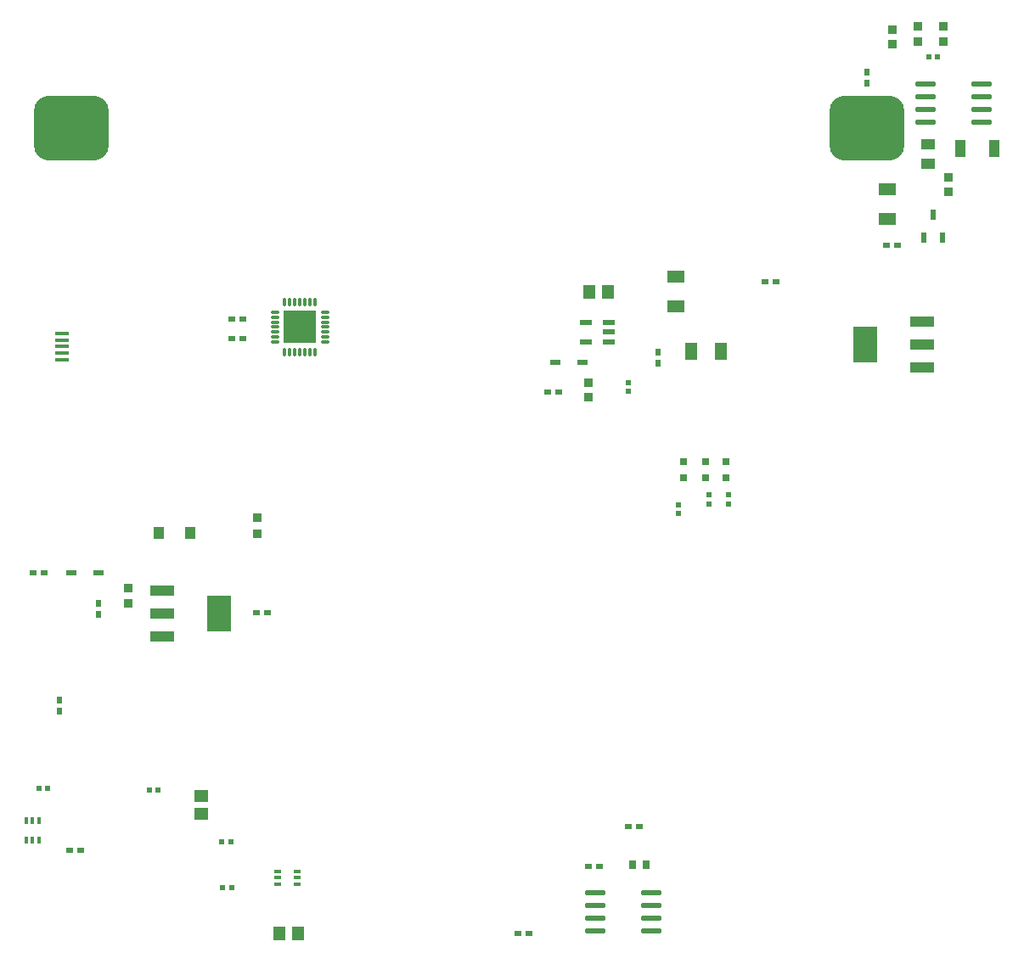
<source format=gtp>
%TF.GenerationSoftware,KiCad,Pcbnew,(7.0.0)*%
%TF.CreationDate,2023-04-13T21:40:42+02:00*%
%TF.ProjectId,SCHEMATICS,53434845-4d41-4544-9943-532e6b696361,rev?*%
%TF.SameCoordinates,Original*%
%TF.FileFunction,Paste,Top*%
%TF.FilePolarity,Positive*%
%FSLAX46Y46*%
G04 Gerber Fmt 4.6, Leading zero omitted, Abs format (unit mm)*
G04 Created by KiCad (PCBNEW (7.0.0)) date 2023-04-13 21:40:42*
%MOMM*%
%LPD*%
G01*
G04 APERTURE LIST*
G04 Aperture macros list*
%AMRoundRect*
0 Rectangle with rounded corners*
0 $1 Rounding radius*
0 $2 $3 $4 $5 $6 $7 $8 $9 X,Y pos of 4 corners*
0 Add a 4 corners polygon primitive as box body*
4,1,4,$2,$3,$4,$5,$6,$7,$8,$9,$2,$3,0*
0 Add four circle primitives for the rounded corners*
1,1,$1+$1,$2,$3*
1,1,$1+$1,$4,$5*
1,1,$1+$1,$6,$7*
1,1,$1+$1,$8,$9*
0 Add four rect primitives between the rounded corners*
20,1,$1+$1,$2,$3,$4,$5,0*
20,1,$1+$1,$4,$5,$6,$7,0*
20,1,$1+$1,$6,$7,$8,$9,0*
20,1,$1+$1,$8,$9,$2,$3,0*%
G04 Aperture macros list end*
%ADD10R,0.540005X0.565659*%
%ADD11R,0.700000X0.600000*%
%ADD12R,1.450000X1.150000*%
%ADD13R,1.207518X1.701016*%
%ADD14R,0.600000X0.700000*%
%ADD15R,1.400000X0.400000*%
%ADD16R,0.565659X0.540005*%
%ADD17R,0.350013X0.780010*%
%ADD18R,1.100000X1.700000*%
%ADD19R,0.864008X0.806477*%
%ADD20R,1.000000X0.600000*%
%ADD21R,0.970000X0.920000*%
%ADD22R,1.156998X0.489992*%
%ADD23R,1.175006X0.489992*%
%ADD24R,1.000000X1.200000*%
%ADD25R,0.532004X1.070003*%
%ADD26R,2.470003X0.980010*%
%ADD27R,2.470003X3.600000*%
%ADD28R,0.800000X0.800000*%
%ADD29R,0.800000X0.900000*%
%ADD30R,1.377013X1.132537*%
%ADD31R,1.701016X1.207518*%
%ADD32O,2.045009X0.588011*%
%ADD33R,1.150000X1.450000*%
%ADD34RoundRect,1.625000X-2.125000X-1.625000X2.125000X-1.625000X2.125000X1.625000X-2.125000X1.625000X0*%
%ADD35O,0.900000X0.280010*%
%ADD36O,0.280010X0.900000*%
%ADD37R,3.200000X3.200000*%
%ADD38R,0.780010X0.350013*%
G04 APERTURE END LIST*
D10*
%TO.C,R29*%
X156999999Y-97865633D03*
X156999999Y-96999999D03*
%TD*%
%TO.C,R27*%
X159999999Y-96865633D03*
X159999999Y-95999999D03*
%TD*%
%TO.C,R25*%
X161999999Y-95999999D03*
X161999999Y-96865633D03*
%TD*%
D11*
%TO.C,R33*%
X147978915Y-133068503D03*
X149078915Y-133068503D03*
%TD*%
D12*
%TO.C,C4*%
X109409999Y-127829999D03*
X109409999Y-126029999D03*
%TD*%
D11*
%TO.C,R28*%
X112477999Y-78422253D03*
X113577999Y-78422253D03*
%TD*%
D13*
%TO.C,R22*%
X158247708Y-81703499D03*
X161205290Y-81703499D03*
%TD*%
D11*
%TO.C,R24*%
X165626499Y-74703499D03*
X166726499Y-74703499D03*
%TD*%
D14*
%TO.C,R17*%
X95249999Y-117569999D03*
X95249999Y-116469999D03*
%TD*%
D15*
%TO.C,MicroXNJ1*%
X95521335Y-79874967D03*
X95521335Y-80524955D03*
X95521335Y-81174942D03*
X95521335Y-81824929D03*
X95521335Y-82474917D03*
%TD*%
D16*
%TO.C,R40*%
X182804816Y-52323999D03*
X181939182Y-52323999D03*
%TD*%
D17*
%TO.C,U3*%
X93249999Y-128490015D03*
X92600012Y-128490015D03*
X91950025Y-128490015D03*
X91950025Y-130469999D03*
X92600012Y-130469999D03*
X93249999Y-130469999D03*
%TD*%
D11*
%TO.C,R14*%
X177715999Y-71119999D03*
X178815999Y-71119999D03*
%TD*%
%TO.C,R5*%
X92649999Y-103799974D03*
X93749999Y-103799974D03*
%TD*%
D14*
%TO.C,R15*%
X175767999Y-54947999D03*
X175767999Y-53847999D03*
%TD*%
D18*
%TO.C,D3*%
X188467999Y-61467999D03*
X185067949Y-61467999D03*
%TD*%
D19*
%TO.C,R9*%
X178307999Y-49538633D03*
X178307999Y-51045365D03*
%TD*%
D10*
%TO.C,R3*%
X152033839Y-85619171D03*
X152033839Y-84753537D03*
%TD*%
D16*
%TO.C,R21*%
X111481190Y-130632007D03*
X112346824Y-130632007D03*
%TD*%
D20*
%TO.C,D4*%
X96469799Y-103799974D03*
X99169799Y-103799974D03*
%TD*%
D21*
%TO.C,C3*%
X114969710Y-98299974D03*
X114969710Y-99849974D03*
%TD*%
D11*
%TO.C,R7*%
X114949999Y-107749999D03*
X116049999Y-107749999D03*
%TD*%
D19*
%TO.C,R2*%
X148033839Y-84753537D03*
X148033839Y-86260269D03*
%TD*%
D22*
%TO.C,TP4054-42-SOT25R1*%
X150033839Y-80703499D03*
X150033839Y-79753537D03*
X150033839Y-78803575D03*
D23*
X147726499Y-78803575D03*
X147726499Y-80703499D03*
%TD*%
D11*
%TO.C,R26*%
X112477999Y-80422253D03*
X113577999Y-80422253D03*
%TD*%
D16*
%TO.C,R20*%
X111556373Y-135204007D03*
X112422007Y-135204007D03*
%TD*%
D24*
%TO.C,D2*%
X105169799Y-99799974D03*
X108269621Y-99799974D03*
%TD*%
D11*
%TO.C,R32*%
X153078915Y-129068503D03*
X151978915Y-129068503D03*
%TD*%
D25*
%TO.C,Q1*%
X181422037Y-70342002D03*
X183321960Y-70342002D03*
X182371999Y-68071999D03*
%TD*%
D11*
%TO.C,R1*%
X145033839Y-85753537D03*
X143933839Y-85753537D03*
%TD*%
%TO.C,R34*%
X140988915Y-139768503D03*
X142088915Y-139768503D03*
%TD*%
D26*
%TO.C,REF2*%
X181264700Y-83282188D03*
X181264700Y-80982213D03*
X181264700Y-78682238D03*
D27*
X175594900Y-80982213D03*
%TD*%
D14*
%TO.C,R4*%
X154999999Y-81753537D03*
X154999999Y-82853537D03*
%TD*%
D28*
%TO.C,D6*%
X161726499Y-92703499D03*
X161733357Y-94302433D03*
%TD*%
D29*
%TO.C,C6*%
X152378890Y-132848528D03*
X153778940Y-132848528D03*
%TD*%
D11*
%TO.C,R16*%
X97349999Y-131469999D03*
X96249999Y-131469999D03*
%TD*%
D16*
%TO.C,R18*%
X105115633Y-125469999D03*
X104249999Y-125469999D03*
%TD*%
D30*
%TO.C,R13*%
X181863999Y-60975999D03*
X181863999Y-62975999D03*
%TD*%
D31*
%TO.C,R12*%
X177799999Y-68489581D03*
X177799999Y-65531999D03*
%TD*%
D26*
%TO.C,REF1*%
X105499999Y-105499999D03*
X105499999Y-107799974D03*
X105499999Y-110099949D03*
D27*
X111169799Y-107799974D03*
%TD*%
D31*
%TO.C,R23*%
X156726499Y-74224708D03*
X156726499Y-77182290D03*
%TD*%
D19*
%TO.C,R8*%
X183387999Y-49275999D03*
X183387999Y-50782731D03*
%TD*%
D20*
%TO.C,D1*%
X144683839Y-82753537D03*
X147383839Y-82753537D03*
%TD*%
D32*
%TO.C,U1*%
X187176415Y-58801003D03*
X187176415Y-57531000D03*
X187176415Y-56260998D03*
X187176415Y-54990995D03*
X181631583Y-54990995D03*
X181631583Y-56260998D03*
X181631583Y-57531000D03*
X181631583Y-58801003D03*
%TD*%
D21*
%TO.C,C2*%
X102169799Y-105249974D03*
X102169799Y-106799974D03*
%TD*%
D19*
%TO.C,R11*%
X183895999Y-64270633D03*
X183895999Y-65777365D03*
%TD*%
D33*
%TO.C,C1*%
X148133839Y-75753537D03*
X149933839Y-75753537D03*
%TD*%
D16*
%TO.C,R19*%
X94115633Y-125289999D03*
X93249999Y-125289999D03*
%TD*%
D14*
%TO.C,R6*%
X99169799Y-106799974D03*
X99169799Y-107899974D03*
%TD*%
D33*
%TO.C,C5*%
X117226007Y-139776007D03*
X119026007Y-139776007D03*
%TD*%
D34*
%TO.C,U9*%
X175794000Y-59419000D03*
X96494000Y-59419000D03*
%TD*%
D28*
%TO.C,D8*%
X157515641Y-92703499D03*
X157522499Y-94302433D03*
%TD*%
D35*
%TO.C,IC1*%
X116749999Y-77748729D03*
X116749999Y-78249110D03*
X116749999Y-78749491D03*
X116749999Y-79249872D03*
X116749999Y-79750253D03*
X116749999Y-80250634D03*
X116749999Y-80751015D03*
D36*
X117748729Y-81749999D03*
X118249110Y-81749999D03*
X118749491Y-81749999D03*
X119249872Y-81749999D03*
X119750253Y-81749999D03*
X120250634Y-81749999D03*
X120751015Y-81749999D03*
D35*
X121749999Y-80751015D03*
X121749999Y-80250634D03*
X121749999Y-79750253D03*
X121749999Y-79249872D03*
X121749999Y-78749491D03*
X121749999Y-78249110D03*
X121749999Y-77748729D03*
D36*
X120751015Y-76749999D03*
X120250634Y-76749999D03*
X119750253Y-76749999D03*
X119249872Y-76749999D03*
X118749491Y-76749999D03*
X118249110Y-76749999D03*
X117748729Y-76749999D03*
D37*
X119249872Y-79249872D03*
%TD*%
D19*
%TO.C,R10*%
X180847999Y-50782731D03*
X180847999Y-49275999D03*
%TD*%
D28*
%TO.C,D7*%
X159726499Y-92703499D03*
X159733357Y-94302433D03*
%TD*%
D38*
%TO.C,U5*%
X118999999Y-134837994D03*
X118999999Y-134188007D03*
X118999999Y-133538020D03*
X117020015Y-133538020D03*
X117020015Y-134188007D03*
X117020015Y-134837994D03*
%TD*%
D32*
%TO.C,U6*%
X154271331Y-139513507D03*
X154271331Y-138243504D03*
X154271331Y-136973502D03*
X154271331Y-135703499D03*
X148726499Y-135703499D03*
X148726499Y-136973502D03*
X148726499Y-138243504D03*
X148726499Y-139513507D03*
%TD*%
M02*

</source>
